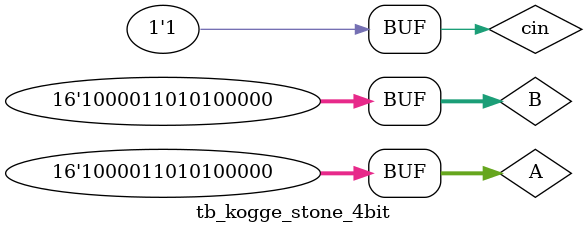
<source format=v>
`timescale 1ns / 1ps


module tb_kogge_stone_4bit;

	// Inputs
	parameter bw = 16;
	reg [bw:1] A;
	reg [bw:1] B;
	reg cin;

	// Outputs
	wire cout;
	wire [bw:1] sum;

	// Instantiate the Unit Under Test (UUT)
	kogge_stone_4bit uut (
		.A(A), 
		.B(B), 
		.cin(cin), 
		.cout(cout), 
		.sum(sum)
	);

	initial begin
		// Initialize Inputs
		A = 100000;
		B = 100000;
		cin = 1;

		// Wait 100 ns for global reset to finish
		#100;
        
		// Add stimulus here

	end
      
endmodule


</source>
